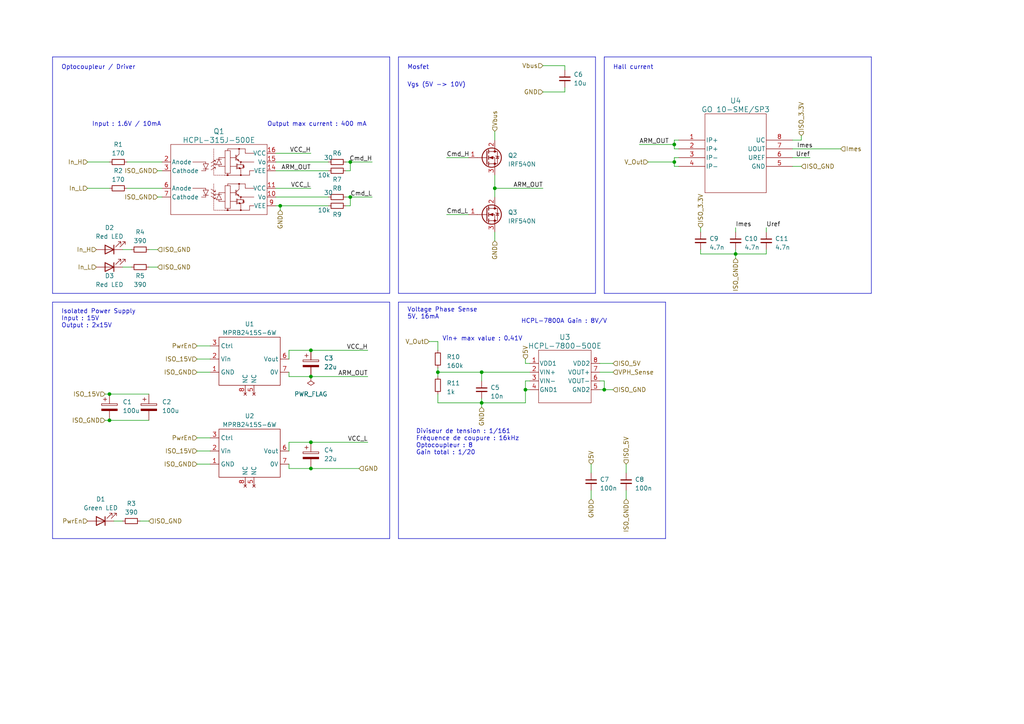
<source format=kicad_sch>
(kicad_sch (version 20230121) (generator eeschema)
  (paper "A4")
  (title_block (title "Arm_IRF50NBbF") (date "2023-10-20") (company "ENSEA"))
  (lib_symbols
    (symbol "Custom:GO_10-SME" (pin_names (offset 0.254))
      (property "Reference" "U" (at 7.62 -12.7 0))
      (property "Value" "GO 10-SME/SP3" (at 0 12.7 0))
      (symbol "GO_10-SME_0_1"
        (pin input line (at -16.51 3.81 0) (length 7.62) (name "IP+") (number "1"))
        (pin input line (at -16.51 1.27 0) (length 7.62) (name "IP+") (number "2"))
        (pin output line (at 16.51 1.27 180) (length 7.62) (name "UOUT") (number "7"))
        (pin power_in line (at 16.51 3.81 180) (length 7.62) (name "UC") (number "8"))
      )
      (symbol "GO_10-SME_1_1"
        (pin passive line (at -16.51 -1.27 0) (length 7.62) (name "IP-") (number "3"))
        (pin passive line (at -16.51 -3.81 0) (length 7.62) (name "IP-") (number "4"))
        (pin power_in line (at 16.51 -3.81 180) (length 7.62) (name "GND") (number "5"))
        (pin output line (at 16.51 -1.27 180) (length 7.62) (name "UREF") (number "6"))
      )
    )
    (symbol "Custom:HCPL-315J-500E" (pin_names (offset 0.254))
      (property "Reference" "Q" (at 10.16 -12.7 0))
      (property "Value" "HCPL-315J-500E" (at 0 10.16 0))
      (symbol "HCPL-315J-500E_1_1"
        (pin no_connect line (at -11.43 6.35 0) (length 2.54) hide (name "N/C") (number "1"))
        (pin output line (at 16.51 -6.35 180) (length 2.54) (name "Vo") (number "10"))
        (pin power_in line (at 16.51 -3.81 180) (length 2.54) (name "VCC") (number "11"))
        (pin power_in line (at 16.51 1.27 180) (length 2.54) (name "VEE") (number "14"))
        (pin output line (at 16.51 3.81 180) (length 2.54) (name "Vo") (number "15"))
        (pin power_in line (at 16.51 6.35 180) (length 2.54) (name "VCC") (number "16"))
        (pin unspecified line (at -16.51 3.81 0) (length 2.54) (name "Anode") (number "2"))
        (pin unspecified line (at -16.51 1.27 0) (length 2.54) (name "Cathode") (number "3"))
        (pin unspecified line (at -16.51 -3.81 0) (length 2.54) (name "Anode") (number "6"))
        (pin unspecified line (at -16.51 -6.35 0) (length 2.54) (name "Cathode") (number "7"))
        (pin no_connect line (at -16.51 -8.89 0) (length 2.54) hide (name "N/C") (number "8"))
        (pin power_in line (at 16.51 -8.89 180) (length 2.54) (name "VEE") (number "9"))
      )
    )
    (symbol "Custom:HCPL-7800-500E" (pin_names (offset 0.254))
      (property "Reference" "U" (at 6.35 -8.89 0))
      (property "Value" "HCPL-7800-500E" (at 0 8.89 0))
      (symbol "HCPL-7800-500E_1_1"
        (pin power_in line (at -10.16 3.81 0) (length 2.54) (name "VDD1") (number "1"))
        (pin input line (at -10.16 1.27 0) (length 2.54) (name "VIN+") (number "2"))
        (pin input line (at -10.16 -1.27 0) (length 2.54) (name "VIN-") (number "3"))
        (pin power_in line (at -10.16 -3.81 0) (length 2.54) (name "GND1") (number "4"))
        (pin power_in line (at 10.16 -3.81 180) (length 2.54) (name "GND2") (number "5"))
        (pin passive line (at 10.16 -1.27 180) (length 2.54) (name "VOUT-") (number "6"))
        (pin passive line (at 10.16 1.27 180) (length 2.54) (name "VOUT+") (number "7"))
        (pin power_in line (at 10.16 3.81 180) (length 2.54) (name "VDD2") (number "8"))
      )
    )
    (symbol "Custom:MPRB2415S-6W"
      (property "Reference" "U" (at 6.35 -8.89 0))
      (property "Value" "MPRB2415S-6W" (at 0 7.62 0))
      (symbol "MPRB2415S-6W_1_1"
        (pin power_in line (at -11.43 -3.81 0) (length 2.54) (name "GND") (number "1"))
        (pin power_in line (at -11.43 0 0) (length 2.54) (name "Vin") (number "2"))
        (pin bidirectional line (at -11.43 3.81 0) (length 2.54) (name "Ctrl") (number "3"))
        (pin no_connect line (at 1.27 -10.16 90) (length 2.54) (name "NC") (number "5"))
        (pin power_out line (at 11.43 0 180) (length 2.54) (name "Vout") (number "6"))
        (pin passive line (at 11.43 -3.81 180) (length 2.54) (name "0V") (number "7"))
        (pin no_connect line (at -1.27 -10.16 90) (length 2.54) (name "NC") (number "8"))
      )
    )
    (symbol "Device:C_Polarized" (pin_numbers hide) (pin_names (offset 0.254))
      (property "Reference" "C" (at 0.635 2.54 0))
      (property "Value" "C_Polarized" (at 0.635 -2.54 0))
      (symbol "C_Polarized_1_1"
        (pin passive line (at 0 3.81 270) (length 2.794) (name "~") (number "1"))
        (pin passive line (at 0 -3.81 90) (length 2.794) (name "~") (number "2"))
      )
    )
    (symbol "Device:C_Small" (pin_numbers hide) (pin_names (offset 0.254) hide)
      (property "Reference" "C" (at 0.254 1.778 0))
      (property "Value" "C_Small" (at 0.254 -2.032 0))
      (symbol "C_Small_1_1"
        (pin passive line (at 0 2.54 270) (length 2.032) (name "~") (number "1"))
        (pin passive line (at 0 -2.54 90) (length 2.032) (name "~") (number "2"))
      )
    )
    (symbol "Device:LED" (pin_numbers hide) (pin_names (offset 1.016) hide)
      (property "Reference" "D" (at 0 2.54 0))
      (property "Value" "LED" (at 0 -2.54 0))
      (symbol "LED_1_1"
        (pin passive line (at -3.81 0 0) (length 2.54) (name "K") (number "1"))
        (pin passive line (at 3.81 0 180) (length 2.54) (name "A") (number "2"))
      )
    )
    (symbol "Device:R_Small" (pin_numbers hide) (pin_names (offset 0.254) hide)
      (property "Reference" "R" (at 0.762 0.508 0))
      (property "Value" "R_Small" (at 0.762 -1.016 0))
      (symbol "R_Small_1_1"
        (pin passive line (at 0 2.54 270) (length 0.762) (name "~") (number "1"))
        (pin passive line (at 0 -2.54 90) (length 0.762) (name "~") (number "2"))
      )
    )
    (symbol "MPRB2415S-6W_1"
      (property "Reference" "U" (at 6.35 -8.89 0))
      (property "Value" "MPRB2415S-6W" (at 0 7.62 0))
      (symbol "MPRB2415S-6W_1_1_1"
        (pin power_in line (at -11.43 -3.81 0) (length 2.54) (name "GND") (number "1"))
        (pin power_in line (at -11.43 0 0) (length 2.54) (name "Vin") (number "2"))
        (pin bidirectional line (at -11.43 3.81 0) (length 2.54) (name "Ctrl") (number "3"))
        (pin no_connect line (at 1.27 -10.16 90) (length 2.54) (name "NC") (number "5"))
        (pin power_out line (at 11.43 0 180) (length 2.54) (name "Vout") (number "6"))
        (pin passive line (at 11.43 -3.81 180) (length 2.54) (name "0V") (number "7"))
        (pin no_connect line (at -1.27 -10.16 90) (length 2.54) (name "NC") (number "8"))
      )
    )
    (symbol "Transistor_FET:IRF540N" (pin_names hide)
      (property "Reference" "Q" (at 6.35 1.905 0))
      (property "Value" "IRF540N" (at 6.35 0 0))
      (symbol "IRF540N_1_1"
        (pin input line (at -5.08 0 0) (length 2.54) (name "G") (number "1"))
        (pin passive line (at 2.54 5.08 270) (length 2.54) (name "D") (number "2"))
        (pin passive line (at 2.54 -5.08 90) (length 2.54) (name "S") (number "3"))
      )
    )
    (symbol "power:PWR_FLAG" (power) (pin_numbers hide) (pin_names (offset 0) hide)
      (property "Value" "PWR_FLAG" (at 0 3.81 0))
      (symbol "PWR_FLAG_0_0"
        (pin power_out line (at 0 0 90) (length 0) (name "pwr") (number "1"))
      )
    )
  )
  (junction (at 31.75 114.3))
  (junction (at 213.36 73.66))
  (junction (at 152.4 113.03))
  (junction (at 195.58 41.91))
  (junction (at 90.17 109.22))
  (junction (at 195.58 46.99))
  (junction (at 143.51 54.61))
  (junction (at 90.17 135.89))
  (junction (at 90.17 128.27))
  (junction (at 101.6 46.99))
  (junction (at 175.26 113.03))
  (junction (at 90.17 101.6))
  (junction (at 139.7 107.95))
  (junction (at 139.7 116.84))
  (junction (at 101.6 57.15))
  (junction (at 81.28 59.69))
  (junction (at 31.75 121.92))
  (junction (at 127 107.95))
  (wire (pts (xy 101.6 46.99) (xy 107.95 46.99)))
  (wire (pts (xy 163.83 19.05) (xy 163.83 20.32)))
  (wire (pts (xy 195.58 45.72) (xy 196.85 45.72)))
  (wire (pts (xy 45.72 49.53) (xy 46.99 49.53)))
  (wire (pts (xy 101.6 46.99) (xy 101.6 49.53)))
  (wire (pts (xy 175.26 113.03) (xy 177.8 113.03)))
  (wire (pts (xy 143.51 50.8) (xy 143.51 54.61)))
  (polyline (pts (xy 172.72 85.09) (xy 115.57 85.09)))
  (wire (pts (xy 229.87 40.64) (xy 232.41 40.64)))
  (polyline (pts (xy 15.24 16.51) (xy 15.24 85.09)))
  (wire (pts (xy 213.36 73.66) (xy 213.36 74.93)))
  (wire (pts (xy 173.99 110.49) (xy 175.26 110.49)))
  (wire (pts (xy 203.2 72.39) (xy 203.2 73.66)))
  (wire (pts (xy 83.82 135.89) (xy 90.17 135.89)))
  (wire (pts (xy 173.99 113.03) (xy 175.26 113.03)))
  (polyline (pts (xy 252.73 85.09) (xy 175.26 85.09)))
  (wire (pts (xy 129.54 62.23) (xy 135.89 62.23)))
  (wire (pts (xy 35.56 77.47) (xy 38.1 77.47)))
  (wire (pts (xy 127 107.95) (xy 127 109.22)))
  (wire (pts (xy 157.48 19.05) (xy 163.83 19.05)))
  (wire (pts (xy 36.83 54.61) (xy 46.99 54.61)))
  (wire (pts (xy 33.02 151.13) (xy 35.56 151.13)))
  (wire (pts (xy 81.28 60.96) (xy 81.28 59.69)))
  (wire (pts (xy 195.58 46.99) (xy 195.58 45.72)))
  (wire (pts (xy 143.51 67.31) (xy 143.51 69.85)))
  (wire (pts (xy 31.75 54.61) (xy 25.4 54.61)))
  (wire (pts (xy 25.4 46.99) (xy 31.75 46.99)))
  (wire (pts (xy 40.64 151.13) (xy 43.18 151.13)))
  (wire (pts (xy 80.01 57.15) (xy 95.25 57.15)))
  (wire (pts (xy 57.15 134.62) (xy 60.96 134.62)))
  (wire (pts (xy 185.42 41.91) (xy 195.58 41.91)))
  (wire (pts (xy 152.4 116.84) (xy 152.4 113.03)))
  (wire (pts (xy 222.25 66.04) (xy 222.25 67.31)))
  (polyline (pts (xy 252.73 16.51) (xy 252.73 85.09)))
  (wire (pts (xy 213.36 66.04) (xy 213.36 67.31)))
  (wire (pts (xy 45.72 57.15) (xy 46.99 57.15)))
  (wire (pts (xy 30.48 114.3) (xy 31.75 114.3)))
  (polyline (pts (xy 15.24 87.63) (xy 15.24 156.21)))
  (wire (pts (xy 173.99 107.95) (xy 177.8 107.95)))
  (wire (pts (xy 83.82 135.89) (xy 83.82 134.62)))
  (wire (pts (xy 139.7 110.49) (xy 139.7 107.95)))
  (wire (pts (xy 139.7 115.57) (xy 139.7 116.84)))
  (wire (pts (xy 195.58 41.91) (xy 195.58 43.18)))
  (wire (pts (xy 195.58 48.26) (xy 196.85 48.26)))
  (polyline (pts (xy 172.72 16.51) (xy 172.72 85.09)))
  (wire (pts (xy 203.2 73.66) (xy 213.36 73.66)))
  (polyline (pts (xy 175.26 16.51) (xy 252.73 16.51)))
  (wire (pts (xy 129.54 45.72) (xy 135.89 45.72)))
  (wire (pts (xy 35.56 72.39) (xy 38.1 72.39)))
  (wire (pts (xy 153.67 105.41) (xy 152.4 105.41)))
  (wire (pts (xy 81.28 59.69) (xy 95.25 59.69)))
  (wire (pts (xy 101.6 59.69) (xy 101.6 57.15)))
  (wire (pts (xy 195.58 40.64) (xy 196.85 40.64)))
  (wire (pts (xy 57.15 130.81) (xy 60.96 130.81)))
  (polyline (pts (xy 113.03 16.51) (xy 113.03 85.09)))
  (wire (pts (xy 153.67 110.49) (xy 152.4 110.49)))
  (wire (pts (xy 163.83 25.4) (xy 163.83 26.67)))
  (wire (pts (xy 127 106.68) (xy 127 107.95)))
  (wire (pts (xy 203.2 66.04) (xy 203.2 67.31)))
  (wire (pts (xy 143.51 54.61) (xy 157.48 54.61)))
  (wire (pts (xy 195.58 46.99) (xy 195.58 48.26)))
  (wire (pts (xy 152.4 110.49) (xy 152.4 113.03)))
  (wire (pts (xy 83.82 109.22) (xy 83.82 107.95)))
  (wire (pts (xy 181.61 144.78) (xy 181.61 142.24)))
  (wire (pts (xy 80.01 54.61) (xy 90.17 54.61)))
  (wire (pts (xy 100.33 46.99) (xy 101.6 46.99)))
  (wire (pts (xy 127 101.6) (xy 127 99.06)))
  (wire (pts (xy 157.48 26.67) (xy 163.83 26.67)))
  (wire (pts (xy 80.01 44.45) (xy 90.17 44.45)))
  (wire (pts (xy 30.48 121.92) (xy 31.75 121.92)))
  (polyline (pts (xy 113.03 156.21) (xy 15.24 156.21)))
  (wire (pts (xy 83.82 101.6) (xy 83.82 104.14)))
  (wire (pts (xy 90.17 128.27) (xy 106.68 128.27)))
  (wire (pts (xy 57.15 100.33) (xy 60.96 100.33)))
  (polyline (pts (xy 15.24 16.51) (xy 113.03 16.51)))
  (wire (pts (xy 229.87 48.26) (xy 232.41 48.26)))
  (wire (pts (xy 171.45 142.24) (xy 171.45 144.78)))
  (wire (pts (xy 31.75 114.3) (xy 43.18 114.3)))
  (wire (pts (xy 57.15 104.14) (xy 60.96 104.14)))
  (polyline (pts (xy 15.24 87.63) (xy 113.03 87.63)))
  (wire (pts (xy 232.41 40.64) (xy 232.41 39.37)))
  (polyline (pts (xy 193.04 156.21) (xy 115.57 156.21)))
  (polyline (pts (xy 115.57 16.51) (xy 172.72 16.51)))
  (wire (pts (xy 100.33 57.15) (xy 101.6 57.15)))
  (wire (pts (xy 127 114.3) (xy 127 116.84)))
  (wire (pts (xy 171.45 134.62) (xy 171.45 137.16)))
  (wire (pts (xy 195.58 40.64) (xy 195.58 41.91)))
  (wire (pts (xy 100.33 49.53) (xy 101.6 49.53)))
  (wire (pts (xy 100.33 59.69) (xy 101.6 59.69)))
  (wire (pts (xy 101.6 57.15) (xy 107.95 57.15)))
  (polyline (pts (xy 115.57 16.51) (xy 115.57 85.09)))
  (wire (pts (xy 177.8 105.41) (xy 173.99 105.41)))
  (wire (pts (xy 80.01 49.53) (xy 95.25 49.53)))
  (wire (pts (xy 213.36 73.66) (xy 222.25 73.66)))
  (wire (pts (xy 80.01 46.99) (xy 95.25 46.99)))
  (wire (pts (xy 187.96 46.99) (xy 195.58 46.99)))
  (wire (pts (xy 196.85 43.18) (xy 195.58 43.18)))
  (wire (pts (xy 152.4 105.41) (xy 152.4 104.14)))
  (wire (pts (xy 143.51 54.61) (xy 143.51 57.15)))
  (wire (pts (xy 83.82 128.27) (xy 90.17 128.27)))
  (wire (pts (xy 127 107.95) (xy 139.7 107.95)))
  (polyline (pts (xy 193.04 87.63) (xy 193.04 156.21)))
  (wire (pts (xy 139.7 116.84) (xy 139.7 118.11)))
  (wire (pts (xy 36.83 46.99) (xy 46.99 46.99)))
  (wire (pts (xy 83.82 128.27) (xy 83.82 130.81)))
  (wire (pts (xy 81.28 59.69) (xy 80.01 59.69)))
  (polyline (pts (xy 115.57 87.63) (xy 193.04 87.63)))
  (wire (pts (xy 83.82 109.22) (xy 90.17 109.22)))
  (wire (pts (xy 127 99.06) (xy 124.46 99.06)))
  (wire (pts (xy 139.7 116.84) (xy 152.4 116.84)))
  (wire (pts (xy 90.17 101.6) (xy 106.68 101.6)))
  (wire (pts (xy 181.61 134.62) (xy 181.61 137.16)))
  (wire (pts (xy 229.87 45.72) (xy 234.95 45.72)))
  (wire (pts (xy 31.75 121.92) (xy 43.18 121.92)))
  (wire (pts (xy 143.51 38.1) (xy 143.51 40.64)))
  (wire (pts (xy 90.17 135.89) (xy 104.14 135.89)))
  (wire (pts (xy 229.87 43.18) (xy 243.84 43.18)))
  (wire (pts (xy 43.18 77.47) (xy 45.72 77.47)))
  (wire (pts (xy 139.7 107.95) (xy 153.67 107.95)))
  (wire (pts (xy 213.36 72.39) (xy 213.36 73.66)))
  (wire (pts (xy 175.26 110.49) (xy 175.26 113.03)))
  (wire (pts (xy 43.18 72.39) (xy 45.72 72.39)))
  (wire (pts (xy 83.82 101.6) (xy 90.17 101.6)))
  (wire (pts (xy 152.4 113.03) (xy 153.67 113.03)))
  (polyline (pts (xy 113.03 85.09) (xy 15.24 85.09)))
  (wire (pts (xy 60.96 127) (xy 57.15 127)))
  (polyline (pts (xy 115.57 87.63) (xy 115.57 156.21)))
  (wire (pts (xy 127 116.84) (xy 139.7 116.84)))
  (wire (pts (xy 222.25 72.39) (xy 222.25 73.66)))
  (wire (pts (xy 57.15 107.95) (xy 60.96 107.95)))
  (wire (pts (xy 90.17 109.22) (xy 106.68 109.22)))
  (polyline (pts (xy 175.26 16.51) (xy 175.26 85.09)))
  (polyline (pts (xy 113.03 87.63) (xy 113.03 156.21)))
  (text "Isolated Power Supply\nInput : 15V\nOutput : 2x15V" (at 17.78 95.25 0) (effects (font (size 1.27 1.27)) (justify left bottom)))
  (text "Input : 1.6V / 10mA\n" (at 26.67 36.83 0) (effects (font (size 1.27 1.27)) (justify left bottom)))
  (text "Diviseur de tension : 1/161\nFréquence de coupure : 16kHz\nOptocoupleur : 8\nGain total : 1/20" (at 120.65 132.08 0) (effects (font (size 1.27 1.27)) (justify left bottom)))
  (text "Optocoupleur / Driver" (at 17.78 20.32 0) (effects (font (size 1.27 1.27)) (justify left bottom)))
  (text "Vgs (5V -> 10V)\n" (at 118.11 25.4 0) (effects (font (size 1.27 1.27)) (justify left bottom)))
  (text "Hall current" (at 177.8 20.32 0) (effects (font (size 1.27 1.27)) (justify left bottom)))
  (text "Voltage Phase Sense\n5V, 16mA\n" (at 118.11 92.71 0) (effects (font (size 1.27 1.27)) (justify left bottom)))
  (text "Mosfet" (at 118.11 20.32 0) (effects (font (size 1.27 1.27)) (justify left bottom)))
  (text "HCPL-7800A Gain : 8V/V" (at 151.13 93.98 0) (effects (font (size 1.27 1.27)) (justify left bottom)))
  (text "Output max current : 400 mA" (at 77.47 36.83 0) (effects (font (size 1.27 1.27)) (justify left bottom)))
  (text "Vin+ max value : 0.41V" (at 128.27 99.06 0) (effects (font (size 1.27 1.27)) (justify left bottom)))
  (label "Cmd_L" (at 107.95 57.15 180))
  (label "ARM_OUT" (at 157.48 54.61 180))
  (label "ARM_OUT" (at 185.42 41.91 0))
  (label "Uref" (at 222.25 66.04 0))
  (label "Imes" (at 231.14 43.18 0))
  (label "VCC_L" (at 90.17 54.61 180))
  (label "Cmd_H" (at 129.54 45.72 0))
  (label "ARM_OUT" (at 90.17 49.53 180))
  (label "VCC_H" (at 90.17 44.45 180))
  (label "Uref" (at 234.95 45.72 180))
  (label "Imes" (at 213.36 66.04 0))
  (label "Cmd_L" (at 129.54 62.23 0))
  (label "Cmd_H" (at 107.95 46.99 180))
  (label "ARM_OUT" (at 106.68 109.22 180))
  (label "VCC_H" (at 106.68 101.6 180))
  (label "VCC_L" (at 106.68 128.27 180))
  (hierarchical_label "ISO_GND" (shape input) (at 177.8 113.03 0))
  (hierarchical_label "GND" (shape input) (at 171.45 144.78 270))
  (hierarchical_label "ISO_GND" (shape input) (at 232.41 48.26 0))
  (hierarchical_label "ISO_GND" (shape input) (at 213.36 74.93 270))
  (hierarchical_label "GND" (shape input) (at 139.7 118.11 270))
  (hierarchical_label "ISO_GND" (shape input) (at 45.72 77.47 0))
  (hierarchical_label "In_H" (shape input) (at 27.94 72.39 180))
  (hierarchical_label "PwrEn" (shape input) (at 25.4 151.13 180))
  (hierarchical_label "GND" (shape input) (at 157.48 26.67 180))
  (hierarchical_label "5V" (shape input) (at 171.45 134.62 90))
  (hierarchical_label "ISO_5V" (shape input) (at 177.8 105.41 0))
  (hierarchical_label "ISO_15V" (shape input) (at 30.48 114.3 180))
  (hierarchical_label "Vbus" (shape input) (at 157.48 19.05 180))
  (hierarchical_label "Vbus" (shape input) (at 143.51 38.1 90))
  (hierarchical_label "In_L" (shape input) (at 27.94 77.47 180))
  (hierarchical_label "ISO_15V" (shape input) (at 57.15 130.81 180))
  (hierarchical_label "ISO_GND" (shape input) (at 43.18 151.13 0))
  (hierarchical_label "ISO_3.3V" (shape input) (at 232.41 39.37 90))
  (hierarchical_label "GND" (shape input) (at 104.14 135.89 0))
  (hierarchical_label "ISO_GND" (shape input) (at 30.48 121.92 180))
  (hierarchical_label "ISO_3.3V" (shape input) (at 203.2 66.04 90))
  (hierarchical_label "In_H" (shape input) (at 25.4 46.99 180))
  (hierarchical_label "GND" (shape input) (at 143.51 69.85 270))
  (hierarchical_label "5V" (shape input) (at 152.4 104.14 90))
  (hierarchical_label "ISO_GND" (shape input) (at 45.72 57.15 180))
  (hierarchical_label "ISO_15V" (shape input) (at 57.15 104.14 180))
  (hierarchical_label "VPH_Sense" (shape input) (at 177.8 107.95 0))
  (hierarchical_label "ISO_GND" (shape input) (at 45.72 72.39 0))
  (hierarchical_label "GND" (shape input) (at 81.28 60.96 270))
  (hierarchical_label "PwrEn" (shape input) (at 57.15 100.33 180))
  (hierarchical_label "ISO_GND" (shape input) (at 57.15 134.62 180))
  (hierarchical_label "In_L" (shape input) (at 25.4 54.61 180))
  (hierarchical_label "V_Out" (shape input) (at 187.96 46.99 180))
  (hierarchical_label "V_Out" (shape input) (at 124.46 99.06 180))
  (hierarchical_label "ISO_5V" (shape input) (at 181.61 134.62 90))
  (hierarchical_label "PwrEn" (shape input) (at 57.15 127 180))
  (hierarchical_label "Imes" (shape input) (at 243.84 43.18 0))
  (hierarchical_label "ISO_GND" (shape input) (at 45.72 49.53 180))
  (hierarchical_label "ISO_GND" (shape input) (at 57.15 107.95 180))
  (hierarchical_label "ISO_GND" (shape input) (at 181.61 144.78 270))
  (symbol (lib_id "Device:C_Small") (at 222.25 69.85 0) (unit 1)
    (property "Reference" "C11" (at 224.79 69.2213 0) (effects (justify left)))
    (property "Value" "4.7n" (at 224.79 71.7613 0) (effects (justify left)))
    (property "Footprint" "Capacitor_SMD:C_0402_1005Metric" (effects hide))
    (property "Fournisseur" "Wurth" (effects hide))
    (property "MFR" "885 012 205 048" (effects hide))
    (instances (project "Projet3AKart" (path "" (reference "C11") (unit 1)) (path "" (reference "C22") (unit 1)) (path "" (reference "C33") (unit 1))) (project "Inverter_KiCAD" (path "" (reference "C211") (unit 1)) (path "" (reference "C311") (unit 1)) (path "" (reference "C411") (unit 1))))
  )
  (symbol (lib_id "Device:C_Small") (at 171.45 139.7 0) (unit 1)
    (property "Reference" "C7" (at 173.99 139.0713 0) (effects (justify left)))
    (property "Value" "100n" (at 173.99 141.6113 0) (effects (justify left)))
    (property "Footprint" "Capacitor_SMD:C_0402_1005Metric" (effects hide))
    (property "Fournisseur" "Wurth" (effects hide))
    (property "MFR" "885 012 105 018" (effects hide))
    (instances (project "Projet3AKart" (path "" (reference "C7") (unit 1)) (path "" (reference "C18") (unit 1)) (path "" (reference "C29") (unit 1))) (project "Inverter_KiCAD" (path "" (reference "C207") (unit 1)) (path "" (reference "C307") (unit 1)) (path "" (reference "C407") (unit 1))))
  )
  (symbol (lib_id "Custom:GO_10-SME") (at 213.36 44.45 0) (unit 1)
    (property "Reference" "U4" (at 213.36 29.21 0) (effects (font (size 1.524 1.524))))
    (property "Value" "GO 10-SME/SP3" (at 213.36 31.75 0) (effects (font (size 1.524 1.524))))
    (property "Footprint" "Custom:SOIC8-GO-SME&slash_SP3_LEM" (effects hide))
    (property "Datasheet" "GO 10-SME" (effects hide))
    (property "MFR" "GO 10-SME/SP3" (effects hide))
    (property "Fournisseur" "Farnell" (effects hide))
    (property "Ref" "3796461" (effects hide))
    (instances (project "Projet3AKart" (path "" (reference "U4") (unit 1)) (path "" (reference "U8") (unit 1)) (path "" (reference "U12") (unit 1))) (project "Inverter_KiCAD" (path "" (reference "U204") (unit 1)) (path "" (reference "U304") (unit 1)) (path "" (reference "U404") (unit 1))))
  )
  (symbol (lib_id "Device:C_Polarized") (at 43.18 118.11 0) (unit 1)
    (property "Reference" "C2" (at 46.99 116.586 0) (effects (justify left)))
    (property "Value" "100u" (at 46.99 119.126 0) (effects (justify left)))
    (property "Footprint" "Capacitor_SMD:CP_Elec_6.3x7.7" (effects hide))
    (property "Vmax" "25V" (effects hide))
    (property "MFR" "865 060 445 005" (effects hide))
    (property "Fournisseur" "Wurth" (effects hide))
    (instances (project "Projet3AKart" (path "" (reference "C2") (unit 1)) (path "" (reference "C13") (unit 1)) (path "" (reference "C24") (unit 1))) (project "Inverter_KiCAD" (path "" (reference "C202") (unit 1)) (path "" (reference "C302") (unit 1)) (path "" (reference "C402") (unit 1))))
  )
  (symbol (lib_id "Device:R_Small") (at 40.64 77.47 90) (unit 1)
    (property "Reference" "R5" (at 40.64 80.01 90))
    (property "Value" "390" (at 40.64 82.55 90))
    (property "Footprint" "Resistor_SMD:R_0402_1005Metric" (effects hide))
    (property "Fournisseur" "Farnell" (effects hide))
    (property "MFR" "CRCW0402390RFKEDC" (effects hide))
    (property "Ref" "4177482" (effects hide))
    (instances (project "Projet3AKart" (path "" (reference "R5") (unit 1)) (path "" (reference "R16") (unit 1)) (path "" (reference "R27") (unit 1))) (project "Inverter_KiCAD" (path "" (reference "R807") (unit 1)) (path "" (reference "R205") (unit 1)) (path "" (reference "R305") (unit 1)) (path "" (reference "R405") (unit 1))))
  )
  (symbol (lib_id "Transistor_FET:IRF540N") (at 140.97 62.23 0) (unit 1)
    (property "Reference" "Q3" (at 147.32 61.595 0) (effects (justify left)))
    (property "Value" "IRF540N" (at 147.32 64.135 0) (effects (justify left)))
    (property "Footprint" "Package_TO_SOT_THT:TO-220-3_Vertical" (effects hide))
    (property "Datasheet" "http://www.irf.com/product-info/datasheets/data/irf540n.pdf" (effects hide))
    (property "Fournisseur" "RS" (effects hide))
    (property "MFR" "IRF540NPBF" (effects hide))
    (property "Ref" "914-8154" (effects hide))
    (instances (project "Projet3AKart" (path "" (reference "Q3") (unit 1)) (path "" (reference "Q6") (unit 1)) (path "" (reference "Q9") (unit 1))) (project "Inverter_KiCAD" (path "" (reference "Q203") (unit 1)) (path "" (reference "Q303") (unit 1)) (path "" (reference "Q403") (unit 1))))
  )
  (symbol (lib_id "Device:LED") (at 31.75 77.47 180) (unit 1)
    (property "Reference" "D3" (at 31.75 80.01 0))
    (property "Value" "Red LED" (at 31.75 82.55 0))
    (property "Footprint" "LED_SMD:LED_0603_1608Metric" (effects hide))
    (property "Fournisseur" "Wurth" (effects hide))
    (property "MFR" "150 060 RS5 504 0" (effects hide))
    (instances (project "Projet3AKart" (path "" (reference "D3") (unit 1)) (path "" (reference "D6") (unit 1)) (path "" (reference "D9") (unit 1))) (project "Inverter_KiCAD" (path "" (reference "D804") (unit 1)) (path "" (reference "D203") (unit 1)) (path "" (reference "D303") (unit 1)) (path "" (reference "D403") (unit 1))))
  )
  (symbol (lib_id "Device:R_Small") (at 97.79 57.15 90) (unit 1)
    (property "Reference" "R8" (at 97.79 54.61 90))
    (property "Value" "30" (at 95.25 55.88 90))
    (property "Footprint" "Resistor_SMD:R_1206_3216Metric" (effects hide))
    (property "Fournisseur" "Stock" (effects hide))
    (instances (project "Projet3AKart" (path "" (reference "R8") (unit 1)) (path "" (reference "R19") (unit 1)) (path "" (reference "R30") (unit 1))) (project "Inverter_KiCAD" (path "" (reference "R208") (unit 1)) (path "" (reference "R308") (unit 1)) (path "" (reference "R408") (unit 1))))
  )
  (symbol (lib_name "MPRB2415S-6W_1") (lib_id "Custom:MPRB2415S-6W") (at 72.39 130.81 0) (unit 1)
    (property "Reference" "U2" (at 72.39 120.65 0))
    (property "Value" "MPRB2415S-6W" (at 72.39 123.19 0))
    (property "Footprint" "Custom:MPRB2415S" (effects hide))
    (property "Fournisseur" "Farnell*" (effects hide))
    (property "MFR" "MPRB2415S/PQQ6W-Q24-D15-S" (effects hide))
    (property "Ref" "3652723/4138610" (effects hide))
    (instances (project "Projet3AKart" (path "" (reference "U2") (unit 1)) (path "" (reference "U6") (unit 1)) (path "" (reference "U10") (unit 1))) (project "Inverter_KiCAD" (path "" (reference "U202") (unit 1)) (path "" (reference "U302") (unit 1)) (path "" (reference "U402") (unit 1))))
  )
  (symbol (lib_id "Transistor_FET:IRF540N") (at 140.97 45.72 0) (unit 1)
    (property "Reference" "Q2" (at 147.32 45.085 0) (effects (justify left)))
    (property "Value" "IRF540N" (at 147.32 47.625 0) (effects (justify left)))
    (property "Footprint" "Package_TO_SOT_THT:TO-220-3_Vertical" (effects hide))
    (property "Datasheet" "http://www.irf.com/product-info/datasheets/data/irf540n.pdf" (effects hide))
    (property "Fournisseur" "RS" (effects hide))
    (property "MFR" "IRF540NPBF" (effects hide))
    (property "Ref" "914-8154" (effects hide))
    (instances (project "Projet3AKart" (path "" (reference "Q2") (unit 1)) (path "" (reference "Q5") (unit 1)) (path "" (reference "Q8") (unit 1))) (project "Inverter_KiCAD" (path "" (reference "Q202") (unit 1)) (path "" (reference "Q302") (unit 1)) (path "" (reference "Q402") (unit 1))))
  )
  (symbol (lib_id "Device:LED") (at 29.21 151.13 180) (unit 1)
    (property "Reference" "D1" (at 29.21 144.78 0))
    (property "Value" "Green LED" (at 29.21 147.32 0))
    (property "Footprint" "LED_SMD:LED_0603_1608Metric" (effects hide))
    (property "Fournisseur" "Wurth" (effects hide))
    (property "MFR" "150 060 GS5 504 0" (effects hide))
    (instances (project "Projet3AKart" (path "" (reference "D1") (unit 1)) (path "" (reference "D4") (unit 1)) (path "" (reference "D7") (unit 1))) (project "Inverter_KiCAD" (path "" (reference "D804") (unit 1)) (path "" (reference "D201") (unit 1)) (path "" (reference "D301") (unit 1)) (path "" (reference "D401") (unit 1))))
  )
  (symbol (lib_id "Device:R_Small") (at 127 104.14 0) (unit 1)
    (property "Reference" "R10" (at 129.54 103.505 0) (effects (justify left)))
    (property "Value" "160k" (at 129.54 106.045 0) (effects (justify left)))
    (property "Footprint" "Resistor_SMD:R_0402_1005Metric" (effects hide))
    (property "Fournisseur" "Stock" (effects hide))
    (instances (project "Projet3AKart" (path "" (reference "R10") (unit 1)) (path "" (reference "R21") (unit 1)) (path "" (reference "R32") (unit 1))) (project "Inverter_KiCAD" (path "" (reference "R210") (unit 1)) (path "" (reference "R310") (unit 1)) (path "" (reference "R410") (unit 1))))
  )
  (symbol (lib_id "Device:C_Small") (at 163.83 22.86 0) (unit 1)
    (property "Reference" "C6" (at 166.37 21.5963 0) (effects (justify left)))
    (property "Value" "10u" (at 166.37 24.1363 0) (effects (justify left)))
    (property "Footprint" "Capacitor_SMD:C_2220_5650Metric" (effects hide))
    (property "Datasheet" "https://www.we-online.com/components/products/datasheet/885012214001.pdf" (effects hide))
    (property "URL" "https://www.we-online.com/components/products/datasheet/885012214001.pdf" (effects hide))
    (property "Fournisseur" "Wurth" (effects hide))
    (property "MFR" "885 012 214 001" (effects hide))
    (instances (project "Projet3AKart" (path "" (reference "C6") (unit 1)) (path "" (reference "C17") (unit 1)) (path "" (reference "C28") (unit 1))) (project "Inverter_KiCAD" (path "" (reference "C1") (unit 1)) (path "" (reference "C206") (unit 1)) (path "" (reference "C306") (unit 1)) (path "" (reference "C406") (unit 1))))
  )
  (symbol (lib_id "Device:R_Small") (at 34.29 46.99 270) (unit 1)
    (property "Reference" "R1" (at 34.29 41.91 90))
    (property "Value" "170" (at 34.29 44.45 90))
    (property "Footprint" "Resistor_SMD:R_0402_1005Metric" (effects hide))
    (property "Fournisseur" "Stock" (effects hide))
    (instances (project "Projet3AKart" (path "" (reference "R1") (unit 1)) (path "" (reference "R12") (unit 1)) (path "" (reference "R23") (unit 1))) (project "Inverter_KiCAD" (path "" (reference "R201") (unit 1)) (path "" (reference "R301") (unit 1)) (path "" (reference "R401") (unit 1))))
  )
  (symbol (lib_id "Device:C_Small") (at 139.7 113.03 0) (unit 1)
    (property "Reference" "C5" (at 142.24 112.4013 0) (effects (justify left)))
    (property "Value" "10n" (at 142.24 114.9413 0) (effects (justify left)))
    (property "Footprint" "Capacitor_SMD:C_0402_1005Metric" (effects hide))
    (property "Fournisseur" "Wurth" (effects hide))
    (property "MFR" "885 012 205 050" (effects hide))
    (instances (project "Projet3AKart" (path "" (reference "C5") (unit 1)) (path "" (reference "C16") (unit 1)) (path "" (reference "C27") (unit 1))) (project "Inverter_KiCAD" (path "" (reference "C205") (unit 1)) (path "" (reference "C305") (unit 1)) (path "" (reference "C405") (unit 1))))
  )
  (symbol (lib_id "Device:C_Polarized") (at 90.17 105.41 0) (unit 1)
    (property "Reference" "C3" (at 93.98 103.886 0) (effects (justify left)))
    (property "Value" "22u" (at 93.98 106.426 0) (effects (justify left)))
    (property "Footprint" "Capacitor_SMD:CP_Elec_5x5.4" (effects hide))
    (property "Vmax" "25V" (effects hide))
    (property "MFR" "865 060 442 002" (effects hide))
    (property "Fournisseur" "Wurth" (effects hide))
    (instances (project "Projet3AKart" (path "" (reference "C3") (unit 1)) (path "" (reference "C14") (unit 1)) (path "" (reference "C25") (unit 1))) (project "Inverter_KiCAD" (path "" (reference "C203") (unit 1)) (path "" (reference "C303") (unit 1)) (path "" (reference "C403") (unit 1))))
  )
  (symbol (lib_id "Device:R_Small") (at 127 111.76 0) (unit 1)
    (property "Reference" "R11" (at 129.54 111.125 0) (effects (justify left)))
    (property "Value" "1k" (at 129.54 113.665 0) (effects (justify left)))
    (property "Footprint" "Resistor_SMD:R_0402_1005Metric" (effects hide))
    (property "Fournisseur" "Farnell" (effects hide))
    (property "MFR" "MCWR04X1001FTL" (effects hide))
    (property "Ref" "2446437" (effects hide))
    (instances (project "Projet3AKart" (path "" (reference "R11") (unit 1)) (path "" (reference "R22") (unit 1)) (path "" (reference "R33") (unit 1))) (project "Inverter_KiCAD" (path "" (reference "R211") (unit 1)) (path "" (reference "R311") (unit 1)) (path "" (reference "R411") (unit 1))))
  )
  (symbol (lib_id "Device:R_Small") (at 97.79 49.53 270) (unit 1)
    (property "Reference" "R7" (at 97.79 52.07 90))
    (property "Value" "10k" (at 93.98 50.8 90))
    (property "Footprint" "Resistor_SMD:R_0402_1005Metric" (effects hide))
    (property "Fournisseur" "Farnell" (effects hide))
    (property "MFR" "MC00625W0402110K" (effects hide))
    (property "Ref" "2130433" (effects hide))
    (instances (project "Projet3AKart" (path "" (reference "R7") (unit 1)) (path "" (reference "R18") (unit 1)) (path "" (reference "R29") (unit 1))) (project "Inverter_KiCAD" (path "" (reference "R207") (unit 1)) (path "" (reference "R307") (unit 1)) (path "" (reference "R407") (unit 1))))
  )
  (symbol (lib_id "Device:C_Small") (at 213.36 69.85 0) (unit 1)
    (property "Reference" "C10" (at 215.9 69.2213 0) (effects (justify left)))
    (property "Value" "4.7n" (at 215.9 71.7613 0) (effects (justify left)))
    (property "Footprint" "Capacitor_SMD:C_0402_1005Metric" (effects hide))
    (property "Fournisseur" "Wurth" (effects hide))
    (property "MFR" "885 012 205 048" (effects hide))
    (instances (project "Projet3AKart" (path "" (reference "C10") (unit 1)) (path "" (reference "C21") (unit 1)) (path "" (reference "C32") (unit 1))) (project "Inverter_KiCAD" (path "" (reference "C210") (unit 1)) (path "" (reference "C310") (unit 1)) (path "" (reference "C410") (unit 1))))
  )
  (symbol (lib_id "Device:R_Small") (at 34.29 54.61 270) (unit 1)
    (property "Reference" "R2" (at 34.29 49.53 90))
    (property "Value" "170" (at 34.29 52.07 90))
    (property "Footprint" "Resistor_SMD:R_0402_1005Metric" (effects hide))
    (property "Fournisseur" "Stock" (effects hide))
    (instances (project "Projet3AKart" (path "" (reference "R2") (unit 1)) (path "" (reference "R13") (unit 1)) (path "" (reference "R24") (unit 1))) (project "Inverter_KiCAD" (path "" (reference "R202") (unit 1)) (path "" (reference "R302") (unit 1)) (path "" (reference "R402") (unit 1))))
  )
  (symbol (lib_id "Device:C_Small") (at 203.2 69.85 0) (unit 1)
    (property "Reference" "C9" (at 205.74 69.2213 0) (effects (justify left)))
    (property "Value" "4.7n" (at 205.74 71.7613 0) (effects (justify left)))
    (property "Footprint" "Capacitor_SMD:C_0402_1005Metric" (effects hide))
    (property "Fournisseur" "Wurth" (effects hide))
    (property "MFR" "885 012 205 048" (effects hide))
    (instances (project "Projet3AKart" (path "" (reference "C9") (unit 1)) (path "" (reference "C20") (unit 1)) (path "" (reference "C31") (unit 1))) (project "Inverter_KiCAD" (path "" (reference "C209") (unit 1)) (path "" (reference "C309") (unit 1)) (path "" (reference "C409") (unit 1))))
  )
  (symbol (lib_id "Custom:HCPL-7800-500E") (at 163.83 109.22 0) (unit 1)
    (property "Reference" "U3" (at 163.83 97.79 0) (effects (font (size 1.524 1.524))))
    (property "Value" "HCPL-7800-500E" (at 163.83 100.33 0) (effects (font (size 1.524 1.524))))
    (property "Footprint" "Custom:DIP-8 Gull Wing" (effects hide))
    (property "Fournisseur" "RS" (effects hide))
    (property "MFR" "HCPL-7800A-500E" (effects hide))
    (property "Ref" "174-4179" (effects hide))
    (instances (project "Projet3AKart" (path "" (reference "U3") (unit 1)) (path "" (reference "U7") (unit 1)) (path "" (reference "U11") (unit 1))) (project "Inverter_KiCAD" (path "" (reference "U303") (unit 1)) (path "" (reference "U203") (unit 1)) (path "" (reference "U403") (unit 1))))
  )
  (symbol (lib_id "Device:R_Small") (at 97.79 59.69 270) (unit 1)
    (property "Reference" "R9" (at 97.79 62.23 90))
    (property "Value" "10k" (at 93.98 60.96 90))
    (property "Footprint" "Resistor_SMD:R_0402_1005Metric" (effects hide))
    (property "Fournisseur" "Farnell" (effects hide))
    (property "MFR" "MC00625W0402110K" (effects hide))
    (property "Ref" "2130433" (effects hide))
    (instances (project "Projet3AKart" (path "" (reference "R9") (unit 1)) (path "" (reference "R20") (unit 1)) (path "" (reference "R31") (unit 1))) (project "Inverter_KiCAD" (path "" (reference "R209") (unit 1)) (path "" (reference "R309") (unit 1)) (path "" (reference "R409") (unit 1))))
  )
  (symbol (lib_id "power:PWR_FLAG") (at 90.17 109.22 180) (unit 1)
    (property "Reference" "#FLG01" (effects hide))
    (property "Value" "PWR_FLAG" (at 90.17 114.3 0))
    (instances (project "Projet3AKart" (path "" (reference "#FLG01") (unit 1)) (path "" (reference "#FLG02") (unit 1)) (path "" (reference "#FLG03") (unit 1))) (project "Inverter_KiCAD" (path "" (reference "#FLG0201") (unit 1)) (path "" (reference "#FLG0301") (unit 1)) (path "" (reference "#FLG0401") (unit 1))))
  )
  (symbol (lib_id "Device:C_Polarized") (at 90.17 132.08 0) (unit 1)
    (property "Reference" "C4" (at 93.98 130.556 0) (effects (justify left)))
    (property "Value" "22u" (at 93.98 133.096 0) (effects (justify left)))
    (property "Footprint" "Capacitor_SMD:CP_Elec_5x5.4" (effects hide))
    (property "Vmax" "25V" (effects hide))
    (property "MFR" "865 060 442 002" (effects hide))
    (property "Fournisseur" "Wurth" (effects hide))
    (instances (project "Projet3AKart" (path "" (reference "C4") (unit 1)) (path "" (reference "C15") (unit 1)) (path "" (reference "C26") (unit 1))) (project "Inverter_KiCAD" (path "" (reference "C204") (unit 1)) (path "" (reference "C304") (unit 1)) (path "" (reference "C404") (unit 1))))
  )
  (symbol (lib_id "Custom:HCPL-315J-500E") (at 63.5 50.8 0) (unit 1)
    (property "Reference" "Q1" (at 63.5 38.1 0) (effects (font (size 1.524 1.524))))
    (property "Value" "HCPL-315J-500E" (at 63.5 40.64 0) (effects (font (size 1.524 1.524))))
    (property "Footprint" "Custom:SO-16_HCPL-315J_BRA" (effects hide))
    (property "Datasheet" "HCPL-315J-500E" (effects hide))
    (property "Fournisseur" "RS" (effects hide))
    (property "MFR" "HCPL-315J-500E" (effects hide))
    (property "Ref" "174-4163" (effects hide))
    (instances (project "Projet3AKart" (path "" (reference "Q1") (unit 1)) (path "" (reference "Q4") (unit 1)) (path "" (reference "Q7") (unit 1))) (project "Inverter_KiCAD" (path "" (reference "Q201") (unit 1)) (path "" (reference "Q301") (unit 1)) (path "" (reference "Q401") (unit 1))))
  )
  (symbol (lib_id "Device:LED") (at 31.75 72.39 180) (unit 1)
    (property "Reference" "D2" (at 31.75 66.04 0))
    (property "Value" "Red LED" (at 31.75 68.58 0))
    (property "Footprint" "LED_SMD:LED_0603_1608Metric" (effects hide))
    (property "Fournisseur" "Wurth" (effects hide))
    (property "MFR" "150 060 RS5 504 0" (effects hide))
    (instances (project "Projet3AKart" (path "" (reference "D2") (unit 1)) (path "" (reference "D5") (unit 1)) (path "" (reference "D8") (unit 1))) (project "Inverter_KiCAD" (path "" (reference "D804") (unit 1)) (path "" (reference "D202") (unit 1)) (path "" (reference "D302") (unit 1)) (path "" (reference "D402") (unit 1))))
  )
  (symbol (lib_id "Device:R_Small") (at 38.1 151.13 90) (unit 1)
    (property "Reference" "R3" (at 38.1 146.05 90))
    (property "Value" "390" (at 38.1 148.59 90))
    (property "Footprint" "Resistor_SMD:R_0402_1005Metric" (effects hide))
    (property "Fournisseur" "Farnell" (effects hide))
    (property "MFR" "CRCW0402390RFKEDC" (effects hide))
    (property "Ref" "4177482" (effects hide))
    (instances (project "Projet3AKart" (path "" (reference "R3") (unit 1)) (path "" (reference "R14") (unit 1)) (path "" (reference "R25") (unit 1))) (project "Inverter_KiCAD" (path "" (reference "R807") (unit 1)) (path "" (reference "R203") (unit 1)) (path "" (reference "R303") (unit 1)) (path "" (reference "R403") (unit 1))))
  )
  (symbol (lib_id "Device:R_Small") (at 40.64 72.39 90) (unit 1)
    (property "Reference" "R4" (at 40.64 67.31 90))
    (property "Value" "390" (at 40.64 69.85 90))
    (property "Footprint" "Resistor_SMD:R_0402_1005Metric" (effects hide))
    (property "Fournisseur" "Farnell" (effects hide))
    (property "MFR" "CRCW0402390RFKEDC" (effects hide))
    (property "Ref" "4177482" (effects hide))
    (instances (project "Projet3AKart" (path "" (reference "R4") (unit 1)) (path "" (reference "R15") (unit 1)) (path "" (reference "R26") (unit 1))) (project "Inverter_KiCAD" (path "" (reference "R807") (unit 1)) (path "" (reference "R204") (unit 1)) (path "" (reference "R304") (unit 1)) (path "" (reference "R404") (unit 1))))
  )
  (symbol (lib_id "Custom:MPRB2415S-6W") (at 72.39 104.14 0) (unit 1)
    (property "Reference" "U1" (at 72.39 93.98 0))
    (property "Value" "MPRB2415S-6W" (at 72.39 96.52 0))
    (property "Footprint" "Custom:MPRB2415S" (effects hide))
    (property "Fournisseur" "Farnell*" (effects hide))
    (property "MFR" "MPRB2415S/PQQ6W-Q24-D15-S" (effects hide))
    (property "Ref" "3652723/4138610" (effects hide))
    (instances (project "Projet3AKart" (path "" (reference "U1") (unit 1)) (path "" (reference "U5") (unit 1)) (path "" (reference "U9") (unit 1))) (project "Inverter_KiCAD" (path "" (reference "U201") (unit 1)) (path "" (reference "U301") (unit 1)) (path "" (reference "U401") (unit 1))))
  )
  (symbol (lib_id "Device:C_Polarized") (at 31.75 118.11 0) (unit 1)
    (property "Reference" "C1" (at 35.56 116.586 0) (effects (justify left)))
    (property "Value" "100u" (at 35.56 119.126 0) (effects (justify left)))
    (property "Footprint" "Capacitor_SMD:CP_Elec_6.3x7.7" (effects hide))
    (property "Vmax" "25V" (effects hide))
    (property "MFR" "865 060 445 005" (effects hide))
    (property "Fournisseur" "Wurth" (effects hide))
    (instances (project "Projet3AKart" (path "" (reference "C1") (unit 1)) (path "" (reference "C12") (unit 1)) (path "" (reference "C23") (unit 1))) (project "Inverter_KiCAD" (path "" (reference "C201") (unit 1)) (path "" (reference "C301") (unit 1)) (path "" (reference "C401") (unit 1))))
  )
  (symbol (lib_id "Device:C_Small") (at 181.61 139.7 0) (unit 1)
    (property "Reference" "C8" (at 184.15 139.0713 0) (effects (justify left)))
    (property "Value" "100n" (at 184.15 141.6113 0) (effects (justify left)))
    (property "Footprint" "Capacitor_SMD:C_0402_1005Metric" (effects hide))
    (property "Fournisseur" "Wurth" (effects hide))
    (property "MFR" "885 012 105 018" (effects hide))
    (instances (project "Projet3AKart" (path "" (reference "C8") (unit 1)) (path "" (reference "C19") (unit 1)) (path "" (reference "C30") (unit 1))) (project "Inverter_KiCAD" (path "" (reference "C208") (unit 1)) (path "" (reference "C308") (unit 1)) (path "" (reference "C408") (unit 1))))
  )
  (symbol (lib_id "Device:R_Small") (at 97.79 46.99 90) (unit 1)
    (property "Reference" "R6" (at 97.79 44.45 90))
    (property "Value" "30" (at 95.25 45.72 90))
    (property "Footprint" "Resistor_SMD:R_1206_3216Metric" (effects hide))
    (property "Fournisseur" "Stock" (effects hide))
    (instances (project "Projet3AKart" (path "" (reference "R6") (unit 1)) (path "" (reference "R17") (unit 1)) (path "" (reference "R28") (unit 1))) (project "Inverter_KiCAD" (path "" (reference "R206") (unit 1)) (path "" (reference "R306") (unit 1)) (path "" (reference "R406") (unit 1))))
  )
)
</source>
